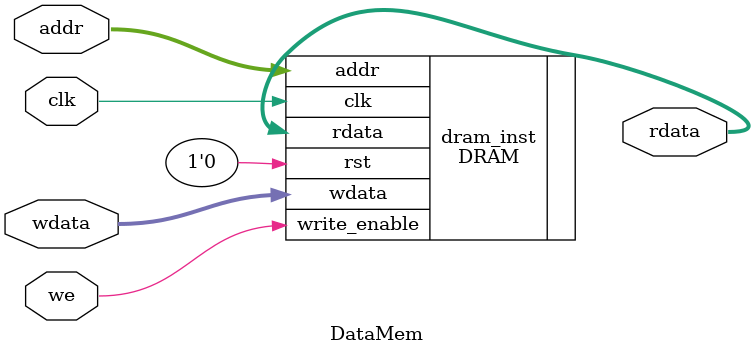
<source format=v>
/**
 * @file src/mem/dmem.v
 * @brief Data Memory module for MIPS processor.
 * @author Artin Zarei | Mohsen Mirzaei
 * @details Internally, uses DRAM.
 */

module DataMem (
    input  wire [31:0] addr,   // 32-bit address input
    input  wire        clk,    // Clock signal
    input  wire        we,     // Write enable
    input  wire [31:0] wdata,  // 32-bit write data input
    output wire [31:0] rdata   // 32-bit read data output
);

    DRAM dram_inst (
        .clk         (clk),
        .rst         (1'b0),   // Seems like I shouldn't have implemented reset.
        .addr        (addr),
        .wdata       (wdata),
        .write_enable(we),
        .rdata       (rdata)
    );

endmodule

</source>
